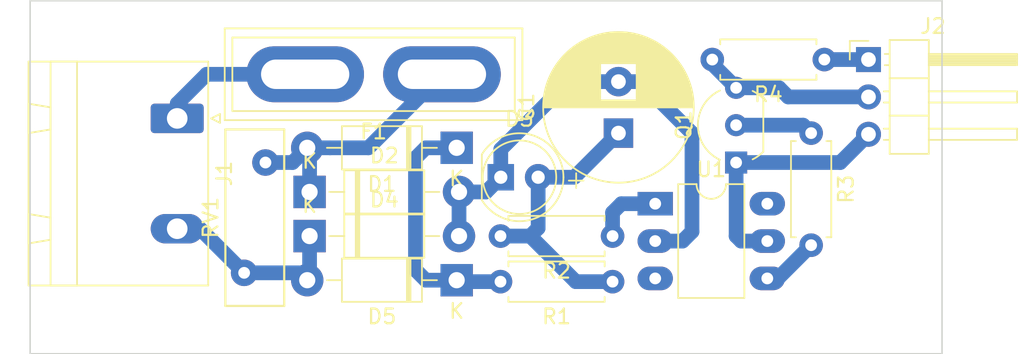
<source format=kicad_pcb>
(kicad_pcb (version 20171130) (host pcbnew 5.1.5+dfsg1-2build2)

  (general
    (thickness 1.6)
    (drawings 4)
    (tracks 62)
    (zones 0)
    (modules 16)
    (nets 15)
  )

  (page A4)
  (layers
    (0 F.Cu signal)
    (31 B.Cu signal)
    (32 B.Adhes user)
    (33 F.Adhes user)
    (34 B.Paste user)
    (35 F.Paste user)
    (36 B.SilkS user)
    (37 F.SilkS user)
    (38 B.Mask user)
    (39 F.Mask user)
    (40 Dwgs.User user)
    (41 Cmts.User user)
    (42 Eco1.User user)
    (43 Eco2.User user)
    (44 Edge.Cuts user)
    (45 Margin user)
    (46 B.CrtYd user)
    (47 F.CrtYd user)
    (48 B.Fab user)
    (49 F.Fab user)
  )

  (setup
    (last_trace_width 1)
    (user_trace_width 0.5)
    (user_trace_width 0.75)
    (user_trace_width 1)
    (trace_clearance 0.25)
    (zone_clearance 0.508)
    (zone_45_only no)
    (trace_min 0.2)
    (via_size 0.8)
    (via_drill 0.4)
    (via_min_size 0.4)
    (via_min_drill 0.3)
    (uvia_size 0.3)
    (uvia_drill 0.1)
    (uvias_allowed no)
    (uvia_min_size 0.2)
    (uvia_min_drill 0.1)
    (edge_width 0.05)
    (segment_width 0.2)
    (pcb_text_width 0.3)
    (pcb_text_size 1.5 1.5)
    (mod_edge_width 0.12)
    (mod_text_size 1 1)
    (mod_text_width 0.15)
    (pad_size 1.524 1.524)
    (pad_drill 0.762)
    (pad_to_mask_clearance 0.051)
    (solder_mask_min_width 0.25)
    (aux_axis_origin 0 0)
    (visible_elements FFFFFF7F)
    (pcbplotparams
      (layerselection 0x010fc_ffffffff)
      (usegerberextensions false)
      (usegerberattributes false)
      (usegerberadvancedattributes false)
      (creategerberjobfile false)
      (excludeedgelayer true)
      (linewidth 0.100000)
      (plotframeref false)
      (viasonmask false)
      (mode 1)
      (useauxorigin false)
      (hpglpennumber 1)
      (hpglpenspeed 20)
      (hpglpendiameter 15.000000)
      (psnegative false)
      (psa4output false)
      (plotreference true)
      (plotvalue true)
      (plotinvisibletext false)
      (padsonsilk false)
      (subtractmaskfromsilk false)
      (outputformat 1)
      (mirror false)
      (drillshape 1)
      (scaleselection 1)
      (outputdirectory ""))
  )

  (net 0 "")
  (net 1 "Net-(D1-Pad2)")
  (net 2 "Net-(D1-Pad1)")
  (net 3 "Net-(C1-Pad2)")
  (net 4 "Net-(C1-Pad1)")
  (net 5 "Net-(D4-Pad1)")
  (net 6 "Net-(F1-Pad2)")
  (net 7 +5VD)
  (net 8 V_Signal)
  (net 9 GNDD)
  (net 10 "Net-(Q1-Pad2)")
  (net 11 "Net-(R2-Pad1)")
  (net 12 "Net-(R3-Pad2)")
  (net 13 "Net-(U1-Pad6)")
  (net 14 "Net-(U1-Pad3)")

  (net_class Default "This is the default net class."
    (clearance 0.25)
    (trace_width 0.25)
    (via_dia 0.8)
    (via_drill 0.4)
    (uvia_dia 0.3)
    (uvia_drill 0.1)
    (add_net +5VD)
    (add_net GNDD)
    (add_net "Net-(C1-Pad1)")
    (add_net "Net-(C1-Pad2)")
    (add_net "Net-(D1-Pad1)")
    (add_net "Net-(D1-Pad2)")
    (add_net "Net-(D4-Pad1)")
    (add_net "Net-(F1-Pad2)")
    (add_net "Net-(Q1-Pad2)")
    (add_net "Net-(R2-Pad1)")
    (add_net "Net-(R3-Pad2)")
    (add_net "Net-(U1-Pad3)")
    (add_net "Net-(U1-Pad6)")
    (add_net V_Signal)
  )

  (module Connector_PinHeader_2.54mm:PinHeader_1x03_P2.54mm_Horizontal (layer F.Cu) (tedit 59FED5CB) (tstamp 61787F86)
    (at 151 73)
    (descr "Through hole angled pin header, 1x03, 2.54mm pitch, 6mm pin length, single row")
    (tags "Through hole angled pin header THT 1x03 2.54mm single row")
    (path /617D0854)
    (fp_text reference J2 (at 4.385 -2.27) (layer F.SilkS)
      (effects (font (size 1 1) (thickness 0.15)))
    )
    (fp_text value Digital_Info (at 4.385 7.35) (layer F.Fab)
      (effects (font (size 1 1) (thickness 0.15)))
    )
    (fp_text user %R (at 2.77 2.54 90) (layer F.Fab)
      (effects (font (size 1 1) (thickness 0.15)))
    )
    (fp_line (start 10.55 -1.8) (end -1.8 -1.8) (layer F.CrtYd) (width 0.05))
    (fp_line (start 10.55 6.85) (end 10.55 -1.8) (layer F.CrtYd) (width 0.05))
    (fp_line (start -1.8 6.85) (end 10.55 6.85) (layer F.CrtYd) (width 0.05))
    (fp_line (start -1.8 -1.8) (end -1.8 6.85) (layer F.CrtYd) (width 0.05))
    (fp_line (start -1.27 -1.27) (end 0 -1.27) (layer F.SilkS) (width 0.12))
    (fp_line (start -1.27 0) (end -1.27 -1.27) (layer F.SilkS) (width 0.12))
    (fp_line (start 1.042929 5.46) (end 1.44 5.46) (layer F.SilkS) (width 0.12))
    (fp_line (start 1.042929 4.7) (end 1.44 4.7) (layer F.SilkS) (width 0.12))
    (fp_line (start 10.1 5.46) (end 4.1 5.46) (layer F.SilkS) (width 0.12))
    (fp_line (start 10.1 4.7) (end 10.1 5.46) (layer F.SilkS) (width 0.12))
    (fp_line (start 4.1 4.7) (end 10.1 4.7) (layer F.SilkS) (width 0.12))
    (fp_line (start 1.44 3.81) (end 4.1 3.81) (layer F.SilkS) (width 0.12))
    (fp_line (start 1.042929 2.92) (end 1.44 2.92) (layer F.SilkS) (width 0.12))
    (fp_line (start 1.042929 2.16) (end 1.44 2.16) (layer F.SilkS) (width 0.12))
    (fp_line (start 10.1 2.92) (end 4.1 2.92) (layer F.SilkS) (width 0.12))
    (fp_line (start 10.1 2.16) (end 10.1 2.92) (layer F.SilkS) (width 0.12))
    (fp_line (start 4.1 2.16) (end 10.1 2.16) (layer F.SilkS) (width 0.12))
    (fp_line (start 1.44 1.27) (end 4.1 1.27) (layer F.SilkS) (width 0.12))
    (fp_line (start 1.11 0.38) (end 1.44 0.38) (layer F.SilkS) (width 0.12))
    (fp_line (start 1.11 -0.38) (end 1.44 -0.38) (layer F.SilkS) (width 0.12))
    (fp_line (start 4.1 0.28) (end 10.1 0.28) (layer F.SilkS) (width 0.12))
    (fp_line (start 4.1 0.16) (end 10.1 0.16) (layer F.SilkS) (width 0.12))
    (fp_line (start 4.1 0.04) (end 10.1 0.04) (layer F.SilkS) (width 0.12))
    (fp_line (start 4.1 -0.08) (end 10.1 -0.08) (layer F.SilkS) (width 0.12))
    (fp_line (start 4.1 -0.2) (end 10.1 -0.2) (layer F.SilkS) (width 0.12))
    (fp_line (start 4.1 -0.32) (end 10.1 -0.32) (layer F.SilkS) (width 0.12))
    (fp_line (start 10.1 0.38) (end 4.1 0.38) (layer F.SilkS) (width 0.12))
    (fp_line (start 10.1 -0.38) (end 10.1 0.38) (layer F.SilkS) (width 0.12))
    (fp_line (start 4.1 -0.38) (end 10.1 -0.38) (layer F.SilkS) (width 0.12))
    (fp_line (start 4.1 -1.33) (end 1.44 -1.33) (layer F.SilkS) (width 0.12))
    (fp_line (start 4.1 6.41) (end 4.1 -1.33) (layer F.SilkS) (width 0.12))
    (fp_line (start 1.44 6.41) (end 4.1 6.41) (layer F.SilkS) (width 0.12))
    (fp_line (start 1.44 -1.33) (end 1.44 6.41) (layer F.SilkS) (width 0.12))
    (fp_line (start 4.04 5.4) (end 10.04 5.4) (layer F.Fab) (width 0.1))
    (fp_line (start 10.04 4.76) (end 10.04 5.4) (layer F.Fab) (width 0.1))
    (fp_line (start 4.04 4.76) (end 10.04 4.76) (layer F.Fab) (width 0.1))
    (fp_line (start -0.32 5.4) (end 1.5 5.4) (layer F.Fab) (width 0.1))
    (fp_line (start -0.32 4.76) (end -0.32 5.4) (layer F.Fab) (width 0.1))
    (fp_line (start -0.32 4.76) (end 1.5 4.76) (layer F.Fab) (width 0.1))
    (fp_line (start 4.04 2.86) (end 10.04 2.86) (layer F.Fab) (width 0.1))
    (fp_line (start 10.04 2.22) (end 10.04 2.86) (layer F.Fab) (width 0.1))
    (fp_line (start 4.04 2.22) (end 10.04 2.22) (layer F.Fab) (width 0.1))
    (fp_line (start -0.32 2.86) (end 1.5 2.86) (layer F.Fab) (width 0.1))
    (fp_line (start -0.32 2.22) (end -0.32 2.86) (layer F.Fab) (width 0.1))
    (fp_line (start -0.32 2.22) (end 1.5 2.22) (layer F.Fab) (width 0.1))
    (fp_line (start 4.04 0.32) (end 10.04 0.32) (layer F.Fab) (width 0.1))
    (fp_line (start 10.04 -0.32) (end 10.04 0.32) (layer F.Fab) (width 0.1))
    (fp_line (start 4.04 -0.32) (end 10.04 -0.32) (layer F.Fab) (width 0.1))
    (fp_line (start -0.32 0.32) (end 1.5 0.32) (layer F.Fab) (width 0.1))
    (fp_line (start -0.32 -0.32) (end -0.32 0.32) (layer F.Fab) (width 0.1))
    (fp_line (start -0.32 -0.32) (end 1.5 -0.32) (layer F.Fab) (width 0.1))
    (fp_line (start 1.5 -0.635) (end 2.135 -1.27) (layer F.Fab) (width 0.1))
    (fp_line (start 1.5 6.35) (end 1.5 -0.635) (layer F.Fab) (width 0.1))
    (fp_line (start 4.04 6.35) (end 1.5 6.35) (layer F.Fab) (width 0.1))
    (fp_line (start 4.04 -1.27) (end 4.04 6.35) (layer F.Fab) (width 0.1))
    (fp_line (start 2.135 -1.27) (end 4.04 -1.27) (layer F.Fab) (width 0.1))
    (pad 3 thru_hole oval (at 0 5.08) (size 1.7 1.7) (drill 1) (layers *.Cu *.Mask)
      (net 7 +5VD))
    (pad 2 thru_hole oval (at 0 2.54) (size 1.7 1.7) (drill 1) (layers *.Cu *.Mask)
      (net 8 V_Signal))
    (pad 1 thru_hole rect (at 0 0) (size 1.7 1.7) (drill 1) (layers *.Cu *.Mask)
      (net 9 GNDD))
    (model ${KISYS3DMOD}/Connector_PinHeader_2.54mm.3dshapes/PinHeader_1x03_P2.54mm_Horizontal.wrl
      (at (xyz 0 0 0))
      (scale (xyz 1 1 1))
      (rotate (xyz 0 0 0))
    )
  )

  (module Varistor:RV_Disc_D12mm_W4mm_P7.5mm (layer F.Cu) (tedit 5A0F68FD) (tstamp 61788009)
    (at 110 80 270)
    (descr "Varistor, diameter 12mm, width 4mm, pitch 7.5mm")
    (tags "varistor SIOV")
    (path /617AC0E7)
    (fp_text reference RV1 (at 3.75 3.725 90) (layer F.SilkS)
      (effects (font (size 1 1) (thickness 0.15)))
    )
    (fp_text value Varistor (at 3.75 -2.275 90) (layer F.Fab)
      (effects (font (size 1 1) (thickness 0.15)))
    )
    (fp_line (start -2.25 -1.275) (end -2.25 2.725) (layer F.Fab) (width 0.1))
    (fp_line (start 9.75 -1.275) (end 9.75 2.725) (layer F.Fab) (width 0.1))
    (fp_line (start -2.25 -1.275) (end 9.75 -1.275) (layer F.Fab) (width 0.1))
    (fp_line (start -2.25 2.725) (end 9.75 2.725) (layer F.Fab) (width 0.1))
    (fp_line (start -2.25 -1.275) (end -2.25 2.725) (layer F.SilkS) (width 0.15))
    (fp_line (start 9.75 -1.275) (end 9.75 2.725) (layer F.SilkS) (width 0.15))
    (fp_line (start -2.25 -1.275) (end 9.75 -1.275) (layer F.SilkS) (width 0.15))
    (fp_line (start -2.25 2.725) (end 9.75 2.725) (layer F.SilkS) (width 0.15))
    (fp_line (start -2.5 -1.53) (end -2.5 2.98) (layer F.CrtYd) (width 0.05))
    (fp_line (start 10 -1.53) (end 10 2.98) (layer F.CrtYd) (width 0.05))
    (fp_line (start -2.5 -1.53) (end 10 -1.53) (layer F.CrtYd) (width 0.05))
    (fp_line (start -2.5 2.98) (end 10 2.98) (layer F.CrtYd) (width 0.05))
    (fp_text user %R (at 3.75 0.725 90) (layer F.Fab)
      (effects (font (size 1 1) (thickness 0.15)))
    )
    (pad 2 thru_hole circle (at 7.5 1.45 270) (size 1.8 1.8) (drill 0.8) (layers *.Cu *.Mask)
      (net 5 "Net-(D4-Pad1)"))
    (pad 1 thru_hole circle (at 0 0 270) (size 1.8 1.8) (drill 0.8) (layers *.Cu *.Mask)
      (net 1 "Net-(D1-Pad2)"))
    (model ${KISYS3DMOD}/Varistor.3dshapes/RV_Disc_D12mm_W4mm_P7.5mm.wrl
      (at (xyz 0 0 0))
      (scale (xyz 1 1 1))
      (rotate (xyz 0 0 0))
    )
  )

  (module Capacitor_THT:CP_Radial_D10.0mm_P3.50mm (layer F.Cu) (tedit 5AE50EF0) (tstamp 61788A55)
    (at 134 78 90)
    (descr "CP, Radial series, Radial, pin pitch=3.50mm, , diameter=10mm, Electrolytic Capacitor")
    (tags "CP Radial series Radial pin pitch 3.50mm  diameter 10mm Electrolytic Capacitor")
    (path /61783C27)
    (fp_text reference C1 (at 1.75 -6.25 90) (layer F.SilkS)
      (effects (font (size 1 1) (thickness 0.15)))
    )
    (fp_text value 3V (at 1.75 6.25 90) (layer F.Fab)
      (effects (font (size 1 1) (thickness 0.15)))
    )
    (fp_text user %R (at 1.75 0 90) (layer F.Fab)
      (effects (font (size 1 1) (thickness 0.15)))
    )
    (fp_line (start -3.229646 -3.375) (end -3.229646 -2.375) (layer F.SilkS) (width 0.12))
    (fp_line (start -3.729646 -2.875) (end -2.729646 -2.875) (layer F.SilkS) (width 0.12))
    (fp_line (start 6.831 -0.599) (end 6.831 0.599) (layer F.SilkS) (width 0.12))
    (fp_line (start 6.791 -0.862) (end 6.791 0.862) (layer F.SilkS) (width 0.12))
    (fp_line (start 6.751 -1.062) (end 6.751 1.062) (layer F.SilkS) (width 0.12))
    (fp_line (start 6.711 -1.23) (end 6.711 1.23) (layer F.SilkS) (width 0.12))
    (fp_line (start 6.671 -1.378) (end 6.671 1.378) (layer F.SilkS) (width 0.12))
    (fp_line (start 6.631 -1.51) (end 6.631 1.51) (layer F.SilkS) (width 0.12))
    (fp_line (start 6.591 -1.63) (end 6.591 1.63) (layer F.SilkS) (width 0.12))
    (fp_line (start 6.551 -1.742) (end 6.551 1.742) (layer F.SilkS) (width 0.12))
    (fp_line (start 6.511 -1.846) (end 6.511 1.846) (layer F.SilkS) (width 0.12))
    (fp_line (start 6.471 -1.944) (end 6.471 1.944) (layer F.SilkS) (width 0.12))
    (fp_line (start 6.431 -2.037) (end 6.431 2.037) (layer F.SilkS) (width 0.12))
    (fp_line (start 6.391 -2.125) (end 6.391 2.125) (layer F.SilkS) (width 0.12))
    (fp_line (start 6.351 -2.209) (end 6.351 2.209) (layer F.SilkS) (width 0.12))
    (fp_line (start 6.311 -2.289) (end 6.311 2.289) (layer F.SilkS) (width 0.12))
    (fp_line (start 6.271 -2.365) (end 6.271 2.365) (layer F.SilkS) (width 0.12))
    (fp_line (start 6.231 -2.439) (end 6.231 2.439) (layer F.SilkS) (width 0.12))
    (fp_line (start 6.191 -2.51) (end 6.191 2.51) (layer F.SilkS) (width 0.12))
    (fp_line (start 6.151 -2.579) (end 6.151 2.579) (layer F.SilkS) (width 0.12))
    (fp_line (start 6.111 -2.645) (end 6.111 2.645) (layer F.SilkS) (width 0.12))
    (fp_line (start 6.071 -2.709) (end 6.071 2.709) (layer F.SilkS) (width 0.12))
    (fp_line (start 6.031 -2.77) (end 6.031 2.77) (layer F.SilkS) (width 0.12))
    (fp_line (start 5.991 -2.83) (end 5.991 2.83) (layer F.SilkS) (width 0.12))
    (fp_line (start 5.951 -2.889) (end 5.951 2.889) (layer F.SilkS) (width 0.12))
    (fp_line (start 5.911 -2.945) (end 5.911 2.945) (layer F.SilkS) (width 0.12))
    (fp_line (start 5.871 -3) (end 5.871 3) (layer F.SilkS) (width 0.12))
    (fp_line (start 5.831 -3.054) (end 5.831 3.054) (layer F.SilkS) (width 0.12))
    (fp_line (start 5.791 -3.106) (end 5.791 3.106) (layer F.SilkS) (width 0.12))
    (fp_line (start 5.751 -3.156) (end 5.751 3.156) (layer F.SilkS) (width 0.12))
    (fp_line (start 5.711 -3.206) (end 5.711 3.206) (layer F.SilkS) (width 0.12))
    (fp_line (start 5.671 -3.254) (end 5.671 3.254) (layer F.SilkS) (width 0.12))
    (fp_line (start 5.631 -3.301) (end 5.631 3.301) (layer F.SilkS) (width 0.12))
    (fp_line (start 5.591 -3.347) (end 5.591 3.347) (layer F.SilkS) (width 0.12))
    (fp_line (start 5.551 -3.392) (end 5.551 3.392) (layer F.SilkS) (width 0.12))
    (fp_line (start 5.511 -3.436) (end 5.511 3.436) (layer F.SilkS) (width 0.12))
    (fp_line (start 5.471 -3.478) (end 5.471 3.478) (layer F.SilkS) (width 0.12))
    (fp_line (start 5.431 -3.52) (end 5.431 3.52) (layer F.SilkS) (width 0.12))
    (fp_line (start 5.391 -3.561) (end 5.391 3.561) (layer F.SilkS) (width 0.12))
    (fp_line (start 5.351 -3.601) (end 5.351 3.601) (layer F.SilkS) (width 0.12))
    (fp_line (start 5.311 -3.64) (end 5.311 3.64) (layer F.SilkS) (width 0.12))
    (fp_line (start 5.271 -3.679) (end 5.271 3.679) (layer F.SilkS) (width 0.12))
    (fp_line (start 5.231 -3.716) (end 5.231 3.716) (layer F.SilkS) (width 0.12))
    (fp_line (start 5.191 -3.753) (end 5.191 3.753) (layer F.SilkS) (width 0.12))
    (fp_line (start 5.151 -3.789) (end 5.151 3.789) (layer F.SilkS) (width 0.12))
    (fp_line (start 5.111 -3.824) (end 5.111 3.824) (layer F.SilkS) (width 0.12))
    (fp_line (start 5.071 -3.858) (end 5.071 3.858) (layer F.SilkS) (width 0.12))
    (fp_line (start 5.031 -3.892) (end 5.031 3.892) (layer F.SilkS) (width 0.12))
    (fp_line (start 4.991 -3.925) (end 4.991 3.925) (layer F.SilkS) (width 0.12))
    (fp_line (start 4.951 -3.957) (end 4.951 3.957) (layer F.SilkS) (width 0.12))
    (fp_line (start 4.911 -3.989) (end 4.911 3.989) (layer F.SilkS) (width 0.12))
    (fp_line (start 4.871 -4.02) (end 4.871 4.02) (layer F.SilkS) (width 0.12))
    (fp_line (start 4.831 -4.05) (end 4.831 4.05) (layer F.SilkS) (width 0.12))
    (fp_line (start 4.791 -4.08) (end 4.791 4.08) (layer F.SilkS) (width 0.12))
    (fp_line (start 4.751 -4.11) (end 4.751 4.11) (layer F.SilkS) (width 0.12))
    (fp_line (start 4.711 1.241) (end 4.711 4.138) (layer F.SilkS) (width 0.12))
    (fp_line (start 4.711 -4.138) (end 4.711 -1.241) (layer F.SilkS) (width 0.12))
    (fp_line (start 4.671 1.241) (end 4.671 4.166) (layer F.SilkS) (width 0.12))
    (fp_line (start 4.671 -4.166) (end 4.671 -1.241) (layer F.SilkS) (width 0.12))
    (fp_line (start 4.631 1.241) (end 4.631 4.194) (layer F.SilkS) (width 0.12))
    (fp_line (start 4.631 -4.194) (end 4.631 -1.241) (layer F.SilkS) (width 0.12))
    (fp_line (start 4.591 1.241) (end 4.591 4.221) (layer F.SilkS) (width 0.12))
    (fp_line (start 4.591 -4.221) (end 4.591 -1.241) (layer F.SilkS) (width 0.12))
    (fp_line (start 4.551 1.241) (end 4.551 4.247) (layer F.SilkS) (width 0.12))
    (fp_line (start 4.551 -4.247) (end 4.551 -1.241) (layer F.SilkS) (width 0.12))
    (fp_line (start 4.511 1.241) (end 4.511 4.273) (layer F.SilkS) (width 0.12))
    (fp_line (start 4.511 -4.273) (end 4.511 -1.241) (layer F.SilkS) (width 0.12))
    (fp_line (start 4.471 1.241) (end 4.471 4.298) (layer F.SilkS) (width 0.12))
    (fp_line (start 4.471 -4.298) (end 4.471 -1.241) (layer F.SilkS) (width 0.12))
    (fp_line (start 4.431 1.241) (end 4.431 4.323) (layer F.SilkS) (width 0.12))
    (fp_line (start 4.431 -4.323) (end 4.431 -1.241) (layer F.SilkS) (width 0.12))
    (fp_line (start 4.391 1.241) (end 4.391 4.347) (layer F.SilkS) (width 0.12))
    (fp_line (start 4.391 -4.347) (end 4.391 -1.241) (layer F.SilkS) (width 0.12))
    (fp_line (start 4.351 1.241) (end 4.351 4.371) (layer F.SilkS) (width 0.12))
    (fp_line (start 4.351 -4.371) (end 4.351 -1.241) (layer F.SilkS) (width 0.12))
    (fp_line (start 4.311 1.241) (end 4.311 4.395) (layer F.SilkS) (width 0.12))
    (fp_line (start 4.311 -4.395) (end 4.311 -1.241) (layer F.SilkS) (width 0.12))
    (fp_line (start 4.271 1.241) (end 4.271 4.417) (layer F.SilkS) (width 0.12))
    (fp_line (start 4.271 -4.417) (end 4.271 -1.241) (layer F.SilkS) (width 0.12))
    (fp_line (start 4.231 1.241) (end 4.231 4.44) (layer F.SilkS) (width 0.12))
    (fp_line (start 4.231 -4.44) (end 4.231 -1.241) (layer F.SilkS) (width 0.12))
    (fp_line (start 4.191 1.241) (end 4.191 4.462) (layer F.SilkS) (width 0.12))
    (fp_line (start 4.191 -4.462) (end 4.191 -1.241) (layer F.SilkS) (width 0.12))
    (fp_line (start 4.151 1.241) (end 4.151 4.483) (layer F.SilkS) (width 0.12))
    (fp_line (start 4.151 -4.483) (end 4.151 -1.241) (layer F.SilkS) (width 0.12))
    (fp_line (start 4.111 1.241) (end 4.111 4.504) (layer F.SilkS) (width 0.12))
    (fp_line (start 4.111 -4.504) (end 4.111 -1.241) (layer F.SilkS) (width 0.12))
    (fp_line (start 4.071 1.241) (end 4.071 4.525) (layer F.SilkS) (width 0.12))
    (fp_line (start 4.071 -4.525) (end 4.071 -1.241) (layer F.SilkS) (width 0.12))
    (fp_line (start 4.031 1.241) (end 4.031 4.545) (layer F.SilkS) (width 0.12))
    (fp_line (start 4.031 -4.545) (end 4.031 -1.241) (layer F.SilkS) (width 0.12))
    (fp_line (start 3.991 1.241) (end 3.991 4.564) (layer F.SilkS) (width 0.12))
    (fp_line (start 3.991 -4.564) (end 3.991 -1.241) (layer F.SilkS) (width 0.12))
    (fp_line (start 3.951 1.241) (end 3.951 4.584) (layer F.SilkS) (width 0.12))
    (fp_line (start 3.951 -4.584) (end 3.951 -1.241) (layer F.SilkS) (width 0.12))
    (fp_line (start 3.911 1.241) (end 3.911 4.603) (layer F.SilkS) (width 0.12))
    (fp_line (start 3.911 -4.603) (end 3.911 -1.241) (layer F.SilkS) (width 0.12))
    (fp_line (start 3.871 1.241) (end 3.871 4.621) (layer F.SilkS) (width 0.12))
    (fp_line (start 3.871 -4.621) (end 3.871 -1.241) (layer F.SilkS) (width 0.12))
    (fp_line (start 3.831 1.241) (end 3.831 4.639) (layer F.SilkS) (width 0.12))
    (fp_line (start 3.831 -4.639) (end 3.831 -1.241) (layer F.SilkS) (width 0.12))
    (fp_line (start 3.791 1.241) (end 3.791 4.657) (layer F.SilkS) (width 0.12))
    (fp_line (start 3.791 -4.657) (end 3.791 -1.241) (layer F.SilkS) (width 0.12))
    (fp_line (start 3.751 1.241) (end 3.751 4.674) (layer F.SilkS) (width 0.12))
    (fp_line (start 3.751 -4.674) (end 3.751 -1.241) (layer F.SilkS) (width 0.12))
    (fp_line (start 3.711 1.241) (end 3.711 4.69) (layer F.SilkS) (width 0.12))
    (fp_line (start 3.711 -4.69) (end 3.711 -1.241) (layer F.SilkS) (width 0.12))
    (fp_line (start 3.671 1.241) (end 3.671 4.707) (layer F.SilkS) (width 0.12))
    (fp_line (start 3.671 -4.707) (end 3.671 -1.241) (layer F.SilkS) (width 0.12))
    (fp_line (start 3.631 1.241) (end 3.631 4.723) (layer F.SilkS) (width 0.12))
    (fp_line (start 3.631 -4.723) (end 3.631 -1.241) (layer F.SilkS) (width 0.12))
    (fp_line (start 3.591 1.241) (end 3.591 4.738) (layer F.SilkS) (width 0.12))
    (fp_line (start 3.591 -4.738) (end 3.591 -1.241) (layer F.SilkS) (width 0.12))
    (fp_line (start 3.551 1.241) (end 3.551 4.754) (layer F.SilkS) (width 0.12))
    (fp_line (start 3.551 -4.754) (end 3.551 -1.241) (layer F.SilkS) (width 0.12))
    (fp_line (start 3.511 1.241) (end 3.511 4.768) (layer F.SilkS) (width 0.12))
    (fp_line (start 3.511 -4.768) (end 3.511 -1.241) (layer F.SilkS) (width 0.12))
    (fp_line (start 3.471 1.241) (end 3.471 4.783) (layer F.SilkS) (width 0.12))
    (fp_line (start 3.471 -4.783) (end 3.471 -1.241) (layer F.SilkS) (width 0.12))
    (fp_line (start 3.431 1.241) (end 3.431 4.797) (layer F.SilkS) (width 0.12))
    (fp_line (start 3.431 -4.797) (end 3.431 -1.241) (layer F.SilkS) (width 0.12))
    (fp_line (start 3.391 1.241) (end 3.391 4.811) (layer F.SilkS) (width 0.12))
    (fp_line (start 3.391 -4.811) (end 3.391 -1.241) (layer F.SilkS) (width 0.12))
    (fp_line (start 3.351 1.241) (end 3.351 4.824) (layer F.SilkS) (width 0.12))
    (fp_line (start 3.351 -4.824) (end 3.351 -1.241) (layer F.SilkS) (width 0.12))
    (fp_line (start 3.311 1.241) (end 3.311 4.837) (layer F.SilkS) (width 0.12))
    (fp_line (start 3.311 -4.837) (end 3.311 -1.241) (layer F.SilkS) (width 0.12))
    (fp_line (start 3.271 1.241) (end 3.271 4.85) (layer F.SilkS) (width 0.12))
    (fp_line (start 3.271 -4.85) (end 3.271 -1.241) (layer F.SilkS) (width 0.12))
    (fp_line (start 3.231 1.241) (end 3.231 4.862) (layer F.SilkS) (width 0.12))
    (fp_line (start 3.231 -4.862) (end 3.231 -1.241) (layer F.SilkS) (width 0.12))
    (fp_line (start 3.191 1.241) (end 3.191 4.874) (layer F.SilkS) (width 0.12))
    (fp_line (start 3.191 -4.874) (end 3.191 -1.241) (layer F.SilkS) (width 0.12))
    (fp_line (start 3.151 1.241) (end 3.151 4.885) (layer F.SilkS) (width 0.12))
    (fp_line (start 3.151 -4.885) (end 3.151 -1.241) (layer F.SilkS) (width 0.12))
    (fp_line (start 3.111 1.241) (end 3.111 4.897) (layer F.SilkS) (width 0.12))
    (fp_line (start 3.111 -4.897) (end 3.111 -1.241) (layer F.SilkS) (width 0.12))
    (fp_line (start 3.071 1.241) (end 3.071 4.907) (layer F.SilkS) (width 0.12))
    (fp_line (start 3.071 -4.907) (end 3.071 -1.241) (layer F.SilkS) (width 0.12))
    (fp_line (start 3.031 1.241) (end 3.031 4.918) (layer F.SilkS) (width 0.12))
    (fp_line (start 3.031 -4.918) (end 3.031 -1.241) (layer F.SilkS) (width 0.12))
    (fp_line (start 2.991 1.241) (end 2.991 4.928) (layer F.SilkS) (width 0.12))
    (fp_line (start 2.991 -4.928) (end 2.991 -1.241) (layer F.SilkS) (width 0.12))
    (fp_line (start 2.951 1.241) (end 2.951 4.938) (layer F.SilkS) (width 0.12))
    (fp_line (start 2.951 -4.938) (end 2.951 -1.241) (layer F.SilkS) (width 0.12))
    (fp_line (start 2.911 1.241) (end 2.911 4.947) (layer F.SilkS) (width 0.12))
    (fp_line (start 2.911 -4.947) (end 2.911 -1.241) (layer F.SilkS) (width 0.12))
    (fp_line (start 2.871 1.241) (end 2.871 4.956) (layer F.SilkS) (width 0.12))
    (fp_line (start 2.871 -4.956) (end 2.871 -1.241) (layer F.SilkS) (width 0.12))
    (fp_line (start 2.831 1.241) (end 2.831 4.965) (layer F.SilkS) (width 0.12))
    (fp_line (start 2.831 -4.965) (end 2.831 -1.241) (layer F.SilkS) (width 0.12))
    (fp_line (start 2.791 1.241) (end 2.791 4.974) (layer F.SilkS) (width 0.12))
    (fp_line (start 2.791 -4.974) (end 2.791 -1.241) (layer F.SilkS) (width 0.12))
    (fp_line (start 2.751 1.241) (end 2.751 4.982) (layer F.SilkS) (width 0.12))
    (fp_line (start 2.751 -4.982) (end 2.751 -1.241) (layer F.SilkS) (width 0.12))
    (fp_line (start 2.711 1.241) (end 2.711 4.99) (layer F.SilkS) (width 0.12))
    (fp_line (start 2.711 -4.99) (end 2.711 -1.241) (layer F.SilkS) (width 0.12))
    (fp_line (start 2.671 1.241) (end 2.671 4.997) (layer F.SilkS) (width 0.12))
    (fp_line (start 2.671 -4.997) (end 2.671 -1.241) (layer F.SilkS) (width 0.12))
    (fp_line (start 2.631 1.241) (end 2.631 5.004) (layer F.SilkS) (width 0.12))
    (fp_line (start 2.631 -5.004) (end 2.631 -1.241) (layer F.SilkS) (width 0.12))
    (fp_line (start 2.591 1.241) (end 2.591 5.011) (layer F.SilkS) (width 0.12))
    (fp_line (start 2.591 -5.011) (end 2.591 -1.241) (layer F.SilkS) (width 0.12))
    (fp_line (start 2.551 1.241) (end 2.551 5.018) (layer F.SilkS) (width 0.12))
    (fp_line (start 2.551 -5.018) (end 2.551 -1.241) (layer F.SilkS) (width 0.12))
    (fp_line (start 2.511 1.241) (end 2.511 5.024) (layer F.SilkS) (width 0.12))
    (fp_line (start 2.511 -5.024) (end 2.511 -1.241) (layer F.SilkS) (width 0.12))
    (fp_line (start 2.471 1.241) (end 2.471 5.03) (layer F.SilkS) (width 0.12))
    (fp_line (start 2.471 -5.03) (end 2.471 -1.241) (layer F.SilkS) (width 0.12))
    (fp_line (start 2.43 1.241) (end 2.43 5.035) (layer F.SilkS) (width 0.12))
    (fp_line (start 2.43 -5.035) (end 2.43 -1.241) (layer F.SilkS) (width 0.12))
    (fp_line (start 2.39 1.241) (end 2.39 5.04) (layer F.SilkS) (width 0.12))
    (fp_line (start 2.39 -5.04) (end 2.39 -1.241) (layer F.SilkS) (width 0.12))
    (fp_line (start 2.35 1.241) (end 2.35 5.045) (layer F.SilkS) (width 0.12))
    (fp_line (start 2.35 -5.045) (end 2.35 -1.241) (layer F.SilkS) (width 0.12))
    (fp_line (start 2.31 1.241) (end 2.31 5.05) (layer F.SilkS) (width 0.12))
    (fp_line (start 2.31 -5.05) (end 2.31 -1.241) (layer F.SilkS) (width 0.12))
    (fp_line (start 2.27 1.241) (end 2.27 5.054) (layer F.SilkS) (width 0.12))
    (fp_line (start 2.27 -5.054) (end 2.27 -1.241) (layer F.SilkS) (width 0.12))
    (fp_line (start 2.23 -5.058) (end 2.23 5.058) (layer F.SilkS) (width 0.12))
    (fp_line (start 2.19 -5.062) (end 2.19 5.062) (layer F.SilkS) (width 0.12))
    (fp_line (start 2.15 -5.065) (end 2.15 5.065) (layer F.SilkS) (width 0.12))
    (fp_line (start 2.11 -5.068) (end 2.11 5.068) (layer F.SilkS) (width 0.12))
    (fp_line (start 2.07 -5.07) (end 2.07 5.07) (layer F.SilkS) (width 0.12))
    (fp_line (start 2.03 -5.073) (end 2.03 5.073) (layer F.SilkS) (width 0.12))
    (fp_line (start 1.99 -5.075) (end 1.99 5.075) (layer F.SilkS) (width 0.12))
    (fp_line (start 1.95 -5.077) (end 1.95 5.077) (layer F.SilkS) (width 0.12))
    (fp_line (start 1.91 -5.078) (end 1.91 5.078) (layer F.SilkS) (width 0.12))
    (fp_line (start 1.87 -5.079) (end 1.87 5.079) (layer F.SilkS) (width 0.12))
    (fp_line (start 1.83 -5.08) (end 1.83 5.08) (layer F.SilkS) (width 0.12))
    (fp_line (start 1.79 -5.08) (end 1.79 5.08) (layer F.SilkS) (width 0.12))
    (fp_line (start 1.75 -5.08) (end 1.75 5.08) (layer F.SilkS) (width 0.12))
    (fp_line (start -2.038861 -2.6875) (end -2.038861 -1.6875) (layer F.Fab) (width 0.1))
    (fp_line (start -2.538861 -2.1875) (end -1.538861 -2.1875) (layer F.Fab) (width 0.1))
    (fp_circle (center 1.75 0) (end 7 0) (layer F.CrtYd) (width 0.05))
    (fp_circle (center 1.75 0) (end 6.87 0) (layer F.SilkS) (width 0.12))
    (fp_circle (center 1.75 0) (end 6.75 0) (layer F.Fab) (width 0.1))
    (pad 2 thru_hole circle (at 3.5 0 90) (size 2 2) (drill 1) (layers *.Cu *.Mask)
      (net 3 "Net-(C1-Pad2)"))
    (pad 1 thru_hole rect (at 0 0 90) (size 2 2) (drill 1) (layers *.Cu *.Mask)
      (net 4 "Net-(C1-Pad1)"))
    (model ${KISYS3DMOD}/Capacitor_THT.3dshapes/CP_Radial_D10.0mm_P3.50mm.wrl
      (at (xyz 0 0 0))
      (scale (xyz 1 1 1))
      (rotate (xyz 0 0 0))
    )
  )

  (module Package_DIP:DIP-6_W7.62mm_LongPads (layer F.Cu) (tedit 5A02E8C5) (tstamp 6178A0FC)
    (at 136.5 82.8)
    (descr "6-lead though-hole mounted DIP package, row spacing 7.62 mm (300 mils), LongPads")
    (tags "THT DIP DIL PDIP 2.54mm 7.62mm 300mil LongPads")
    (path /617826A1)
    (fp_text reference U1 (at 3.81 -2.33) (layer F.SilkS)
      (effects (font (size 1 1) (thickness 0.15)))
    )
    (fp_text value 4N25 (at 3.81 7.41) (layer F.Fab)
      (effects (font (size 1 1) (thickness 0.15)))
    )
    (fp_text user %R (at 3.81 2.54) (layer F.Fab)
      (effects (font (size 1 1) (thickness 0.15)))
    )
    (fp_line (start 9.1 -1.55) (end -1.45 -1.55) (layer F.CrtYd) (width 0.05))
    (fp_line (start 9.1 6.6) (end 9.1 -1.55) (layer F.CrtYd) (width 0.05))
    (fp_line (start -1.45 6.6) (end 9.1 6.6) (layer F.CrtYd) (width 0.05))
    (fp_line (start -1.45 -1.55) (end -1.45 6.6) (layer F.CrtYd) (width 0.05))
    (fp_line (start 6.06 -1.33) (end 4.81 -1.33) (layer F.SilkS) (width 0.12))
    (fp_line (start 6.06 6.41) (end 6.06 -1.33) (layer F.SilkS) (width 0.12))
    (fp_line (start 1.56 6.41) (end 6.06 6.41) (layer F.SilkS) (width 0.12))
    (fp_line (start 1.56 -1.33) (end 1.56 6.41) (layer F.SilkS) (width 0.12))
    (fp_line (start 2.81 -1.33) (end 1.56 -1.33) (layer F.SilkS) (width 0.12))
    (fp_line (start 0.635 -0.27) (end 1.635 -1.27) (layer F.Fab) (width 0.1))
    (fp_line (start 0.635 6.35) (end 0.635 -0.27) (layer F.Fab) (width 0.1))
    (fp_line (start 6.985 6.35) (end 0.635 6.35) (layer F.Fab) (width 0.1))
    (fp_line (start 6.985 -1.27) (end 6.985 6.35) (layer F.Fab) (width 0.1))
    (fp_line (start 1.635 -1.27) (end 6.985 -1.27) (layer F.Fab) (width 0.1))
    (fp_arc (start 3.81 -1.33) (end 2.81 -1.33) (angle -180) (layer F.SilkS) (width 0.12))
    (pad 6 thru_hole oval (at 7.62 0) (size 2.4 1.6) (drill 0.8) (layers *.Cu *.Mask)
      (net 13 "Net-(U1-Pad6)"))
    (pad 3 thru_hole oval (at 0 5.08) (size 2.4 1.6) (drill 0.8) (layers *.Cu *.Mask)
      (net 14 "Net-(U1-Pad3)"))
    (pad 5 thru_hole oval (at 7.62 2.54) (size 2.4 1.6) (drill 0.8) (layers *.Cu *.Mask)
      (net 7 +5VD))
    (pad 2 thru_hole oval (at 0 2.54) (size 2.4 1.6) (drill 0.8) (layers *.Cu *.Mask)
      (net 3 "Net-(C1-Pad2)"))
    (pad 4 thru_hole oval (at 7.62 5.08) (size 2.4 1.6) (drill 0.8) (layers *.Cu *.Mask)
      (net 12 "Net-(R3-Pad2)"))
    (pad 1 thru_hole rect (at 0 0) (size 2.4 1.6) (drill 0.8) (layers *.Cu *.Mask)
      (net 11 "Net-(R2-Pad1)"))
    (model ${KISYS3DMOD}/Package_DIP.3dshapes/DIP-6_W7.62mm.wrl
      (at (xyz 0 0 0))
      (scale (xyz 1 1 1))
      (rotate (xyz 0 0 0))
    )
  )

  (module Resistor_THT:R_Axial_DIN0207_L6.3mm_D2.5mm_P7.62mm_Horizontal (layer F.Cu) (tedit 5AE5139B) (tstamp 6178A98C)
    (at 148 73 180)
    (descr "Resistor, Axial_DIN0207 series, Axial, Horizontal, pin pitch=7.62mm, 0.25W = 1/4W, length*diameter=6.3*2.5mm^2, http://cdn-reichelt.de/documents/datenblatt/B400/1_4W%23YAG.pdf")
    (tags "Resistor Axial_DIN0207 series Axial Horizontal pin pitch 7.62mm 0.25W = 1/4W length 6.3mm diameter 2.5mm")
    (path /6178CF4C)
    (fp_text reference R4 (at 3.81 -2.37) (layer F.SilkS)
      (effects (font (size 1 1) (thickness 0.15)))
    )
    (fp_text value 1M (at 3.81 2.37) (layer F.Fab)
      (effects (font (size 1 1) (thickness 0.15)))
    )
    (fp_text user %R (at 3.81 0) (layer F.Fab)
      (effects (font (size 1 1) (thickness 0.15)))
    )
    (fp_line (start 8.67 -1.5) (end -1.05 -1.5) (layer F.CrtYd) (width 0.05))
    (fp_line (start 8.67 1.5) (end 8.67 -1.5) (layer F.CrtYd) (width 0.05))
    (fp_line (start -1.05 1.5) (end 8.67 1.5) (layer F.CrtYd) (width 0.05))
    (fp_line (start -1.05 -1.5) (end -1.05 1.5) (layer F.CrtYd) (width 0.05))
    (fp_line (start 7.08 1.37) (end 7.08 1.04) (layer F.SilkS) (width 0.12))
    (fp_line (start 0.54 1.37) (end 7.08 1.37) (layer F.SilkS) (width 0.12))
    (fp_line (start 0.54 1.04) (end 0.54 1.37) (layer F.SilkS) (width 0.12))
    (fp_line (start 7.08 -1.37) (end 7.08 -1.04) (layer F.SilkS) (width 0.12))
    (fp_line (start 0.54 -1.37) (end 7.08 -1.37) (layer F.SilkS) (width 0.12))
    (fp_line (start 0.54 -1.04) (end 0.54 -1.37) (layer F.SilkS) (width 0.12))
    (fp_line (start 7.62 0) (end 6.96 0) (layer F.Fab) (width 0.1))
    (fp_line (start 0 0) (end 0.66 0) (layer F.Fab) (width 0.1))
    (fp_line (start 6.96 -1.25) (end 0.66 -1.25) (layer F.Fab) (width 0.1))
    (fp_line (start 6.96 1.25) (end 6.96 -1.25) (layer F.Fab) (width 0.1))
    (fp_line (start 0.66 1.25) (end 6.96 1.25) (layer F.Fab) (width 0.1))
    (fp_line (start 0.66 -1.25) (end 0.66 1.25) (layer F.Fab) (width 0.1))
    (pad 2 thru_hole oval (at 7.62 0 180) (size 1.6 1.6) (drill 0.8) (layers *.Cu *.Mask)
      (net 8 V_Signal))
    (pad 1 thru_hole circle (at 0 0 180) (size 1.6 1.6) (drill 0.8) (layers *.Cu *.Mask)
      (net 9 GNDD))
    (model ${KISYS3DMOD}/Resistor_THT.3dshapes/R_Axial_DIN0207_L6.3mm_D2.5mm_P7.62mm_Horizontal.wrl
      (at (xyz 0 0 0))
      (scale (xyz 1 1 1))
      (rotate (xyz 0 0 0))
    )
  )

  (module Resistor_THT:R_Axial_DIN0207_L6.3mm_D2.5mm_P7.62mm_Horizontal (layer F.Cu) (tedit 5AE5139B) (tstamp 61787FDF)
    (at 147.1 78 270)
    (descr "Resistor, Axial_DIN0207 series, Axial, Horizontal, pin pitch=7.62mm, 0.25W = 1/4W, length*diameter=6.3*2.5mm^2, http://cdn-reichelt.de/documents/datenblatt/B400/1_4W%23YAG.pdf")
    (tags "Resistor Axial_DIN0207 series Axial Horizontal pin pitch 7.62mm 0.25W = 1/4W length 6.3mm diameter 2.5mm")
    (path /61784752)
    (fp_text reference R3 (at 3.81 -2.37 90) (layer F.SilkS)
      (effects (font (size 1 1) (thickness 0.15)))
    )
    (fp_text value 10K (at 3.81 2.37 90) (layer F.Fab)
      (effects (font (size 1 1) (thickness 0.15)))
    )
    (fp_text user %R (at 3.81 0 90) (layer F.Fab)
      (effects (font (size 1 1) (thickness 0.15)))
    )
    (fp_line (start 8.67 -1.5) (end -1.05 -1.5) (layer F.CrtYd) (width 0.05))
    (fp_line (start 8.67 1.5) (end 8.67 -1.5) (layer F.CrtYd) (width 0.05))
    (fp_line (start -1.05 1.5) (end 8.67 1.5) (layer F.CrtYd) (width 0.05))
    (fp_line (start -1.05 -1.5) (end -1.05 1.5) (layer F.CrtYd) (width 0.05))
    (fp_line (start 7.08 1.37) (end 7.08 1.04) (layer F.SilkS) (width 0.12))
    (fp_line (start 0.54 1.37) (end 7.08 1.37) (layer F.SilkS) (width 0.12))
    (fp_line (start 0.54 1.04) (end 0.54 1.37) (layer F.SilkS) (width 0.12))
    (fp_line (start 7.08 -1.37) (end 7.08 -1.04) (layer F.SilkS) (width 0.12))
    (fp_line (start 0.54 -1.37) (end 7.08 -1.37) (layer F.SilkS) (width 0.12))
    (fp_line (start 0.54 -1.04) (end 0.54 -1.37) (layer F.SilkS) (width 0.12))
    (fp_line (start 7.62 0) (end 6.96 0) (layer F.Fab) (width 0.1))
    (fp_line (start 0 0) (end 0.66 0) (layer F.Fab) (width 0.1))
    (fp_line (start 6.96 -1.25) (end 0.66 -1.25) (layer F.Fab) (width 0.1))
    (fp_line (start 6.96 1.25) (end 6.96 -1.25) (layer F.Fab) (width 0.1))
    (fp_line (start 0.66 1.25) (end 6.96 1.25) (layer F.Fab) (width 0.1))
    (fp_line (start 0.66 -1.25) (end 0.66 1.25) (layer F.Fab) (width 0.1))
    (pad 2 thru_hole oval (at 7.62 0 270) (size 1.6 1.6) (drill 0.8) (layers *.Cu *.Mask)
      (net 12 "Net-(R3-Pad2)"))
    (pad 1 thru_hole circle (at 0 0 270) (size 1.6 1.6) (drill 0.8) (layers *.Cu *.Mask)
      (net 10 "Net-(Q1-Pad2)"))
    (model ${KISYS3DMOD}/Resistor_THT.3dshapes/R_Axial_DIN0207_L6.3mm_D2.5mm_P7.62mm_Horizontal.wrl
      (at (xyz 0 0 0))
      (scale (xyz 1 1 1))
      (rotate (xyz 0 0 0))
    )
  )

  (module Resistor_THT:R_Axial_DIN0207_L6.3mm_D2.5mm_P7.62mm_Horizontal (layer F.Cu) (tedit 5AE5139B) (tstamp 61787FC8)
    (at 133.6 85 180)
    (descr "Resistor, Axial_DIN0207 series, Axial, Horizontal, pin pitch=7.62mm, 0.25W = 1/4W, length*diameter=6.3*2.5mm^2, http://cdn-reichelt.de/documents/datenblatt/B400/1_4W%23YAG.pdf")
    (tags "Resistor Axial_DIN0207 series Axial Horizontal pin pitch 7.62mm 0.25W = 1/4W length 6.3mm diameter 2.5mm")
    (path /617CC2C2)
    (fp_text reference R2 (at 3.81 -2.37) (layer F.SilkS)
      (effects (font (size 1 1) (thickness 0.15)))
    )
    (fp_text value 36 (at 3.81 2.37) (layer F.Fab)
      (effects (font (size 1 1) (thickness 0.15)))
    )
    (fp_text user %R (at 3.81 0) (layer F.Fab)
      (effects (font (size 1 1) (thickness 0.15)))
    )
    (fp_line (start 8.67 -1.5) (end -1.05 -1.5) (layer F.CrtYd) (width 0.05))
    (fp_line (start 8.67 1.5) (end 8.67 -1.5) (layer F.CrtYd) (width 0.05))
    (fp_line (start -1.05 1.5) (end 8.67 1.5) (layer F.CrtYd) (width 0.05))
    (fp_line (start -1.05 -1.5) (end -1.05 1.5) (layer F.CrtYd) (width 0.05))
    (fp_line (start 7.08 1.37) (end 7.08 1.04) (layer F.SilkS) (width 0.12))
    (fp_line (start 0.54 1.37) (end 7.08 1.37) (layer F.SilkS) (width 0.12))
    (fp_line (start 0.54 1.04) (end 0.54 1.37) (layer F.SilkS) (width 0.12))
    (fp_line (start 7.08 -1.37) (end 7.08 -1.04) (layer F.SilkS) (width 0.12))
    (fp_line (start 0.54 -1.37) (end 7.08 -1.37) (layer F.SilkS) (width 0.12))
    (fp_line (start 0.54 -1.04) (end 0.54 -1.37) (layer F.SilkS) (width 0.12))
    (fp_line (start 7.62 0) (end 6.96 0) (layer F.Fab) (width 0.1))
    (fp_line (start 0 0) (end 0.66 0) (layer F.Fab) (width 0.1))
    (fp_line (start 6.96 -1.25) (end 0.66 -1.25) (layer F.Fab) (width 0.1))
    (fp_line (start 6.96 1.25) (end 6.96 -1.25) (layer F.Fab) (width 0.1))
    (fp_line (start 0.66 1.25) (end 6.96 1.25) (layer F.Fab) (width 0.1))
    (fp_line (start 0.66 -1.25) (end 0.66 1.25) (layer F.Fab) (width 0.1))
    (pad 2 thru_hole oval (at 7.62 0 180) (size 1.6 1.6) (drill 0.8) (layers *.Cu *.Mask)
      (net 4 "Net-(C1-Pad1)"))
    (pad 1 thru_hole circle (at 0 0 180) (size 1.6 1.6) (drill 0.8) (layers *.Cu *.Mask)
      (net 11 "Net-(R2-Pad1)"))
    (model ${KISYS3DMOD}/Resistor_THT.3dshapes/R_Axial_DIN0207_L6.3mm_D2.5mm_P7.62mm_Horizontal.wrl
      (at (xyz 0 0 0))
      (scale (xyz 1 1 1))
      (rotate (xyz 0 0 0))
    )
  )

  (module Resistor_THT:R_Axial_DIN0207_L6.3mm_D2.5mm_P7.62mm_Horizontal (layer F.Cu) (tedit 5AE5139B) (tstamp 61787FB1)
    (at 133.6 88.1 180)
    (descr "Resistor, Axial_DIN0207 series, Axial, Horizontal, pin pitch=7.62mm, 0.25W = 1/4W, length*diameter=6.3*2.5mm^2, http://cdn-reichelt.de/documents/datenblatt/B400/1_4W%23YAG.pdf")
    (tags "Resistor Axial_DIN0207 series Axial Horizontal pin pitch 7.62mm 0.25W = 1/4W length 6.3mm diameter 2.5mm")
    (path /6178099E)
    (fp_text reference R1 (at 3.81 -2.37) (layer F.SilkS)
      (effects (font (size 1 1) (thickness 0.15)))
    )
    (fp_text value 11K (at 3.81 2.37) (layer F.Fab)
      (effects (font (size 1 1) (thickness 0.15)))
    )
    (fp_text user %R (at 3.81 0) (layer F.Fab)
      (effects (font (size 1 1) (thickness 0.15)))
    )
    (fp_line (start 8.67 -1.5) (end -1.05 -1.5) (layer F.CrtYd) (width 0.05))
    (fp_line (start 8.67 1.5) (end 8.67 -1.5) (layer F.CrtYd) (width 0.05))
    (fp_line (start -1.05 1.5) (end 8.67 1.5) (layer F.CrtYd) (width 0.05))
    (fp_line (start -1.05 -1.5) (end -1.05 1.5) (layer F.CrtYd) (width 0.05))
    (fp_line (start 7.08 1.37) (end 7.08 1.04) (layer F.SilkS) (width 0.12))
    (fp_line (start 0.54 1.37) (end 7.08 1.37) (layer F.SilkS) (width 0.12))
    (fp_line (start 0.54 1.04) (end 0.54 1.37) (layer F.SilkS) (width 0.12))
    (fp_line (start 7.08 -1.37) (end 7.08 -1.04) (layer F.SilkS) (width 0.12))
    (fp_line (start 0.54 -1.37) (end 7.08 -1.37) (layer F.SilkS) (width 0.12))
    (fp_line (start 0.54 -1.04) (end 0.54 -1.37) (layer F.SilkS) (width 0.12))
    (fp_line (start 7.62 0) (end 6.96 0) (layer F.Fab) (width 0.1))
    (fp_line (start 0 0) (end 0.66 0) (layer F.Fab) (width 0.1))
    (fp_line (start 6.96 -1.25) (end 0.66 -1.25) (layer F.Fab) (width 0.1))
    (fp_line (start 6.96 1.25) (end 6.96 -1.25) (layer F.Fab) (width 0.1))
    (fp_line (start 0.66 1.25) (end 6.96 1.25) (layer F.Fab) (width 0.1))
    (fp_line (start 0.66 -1.25) (end 0.66 1.25) (layer F.Fab) (width 0.1))
    (pad 2 thru_hole oval (at 7.62 0 180) (size 1.6 1.6) (drill 0.8) (layers *.Cu *.Mask)
      (net 2 "Net-(D1-Pad1)"))
    (pad 1 thru_hole circle (at 0 0 180) (size 1.6 1.6) (drill 0.8) (layers *.Cu *.Mask)
      (net 4 "Net-(C1-Pad1)"))
    (model ${KISYS3DMOD}/Resistor_THT.3dshapes/R_Axial_DIN0207_L6.3mm_D2.5mm_P7.62mm_Horizontal.wrl
      (at (xyz 0 0 0))
      (scale (xyz 1 1 1))
      (rotate (xyz 0 0 0))
    )
  )

  (module Package_TO_SOT_THT:TO-92_Inline_Wide (layer F.Cu) (tedit 5A02FF81) (tstamp 61787F9A)
    (at 142 80 90)
    (descr "TO-92 leads in-line, wide, drill 0.75mm (see NXP sot054_po.pdf)")
    (tags "to-92 sc-43 sc-43a sot54 PA33 transistor")
    (path /61783B7D)
    (fp_text reference Q1 (at 2.54 -3.56 90) (layer F.SilkS)
      (effects (font (size 1 1) (thickness 0.15)))
    )
    (fp_text value BC549 (at 2.54 2.79 90) (layer F.Fab)
      (effects (font (size 1 1) (thickness 0.15)))
    )
    (fp_arc (start 2.54 0) (end 4.34 1.85) (angle -20) (layer F.SilkS) (width 0.12))
    (fp_arc (start 2.54 0) (end 2.54 -2.48) (angle -135) (layer F.Fab) (width 0.1))
    (fp_arc (start 2.54 0) (end 2.54 -2.48) (angle 135) (layer F.Fab) (width 0.1))
    (fp_arc (start 2.54 0) (end 2.54 -2.6) (angle 65) (layer F.SilkS) (width 0.12))
    (fp_arc (start 2.54 0) (end 2.54 -2.6) (angle -65) (layer F.SilkS) (width 0.12))
    (fp_arc (start 2.54 0) (end 0.74 1.85) (angle 20) (layer F.SilkS) (width 0.12))
    (fp_line (start 6.09 2.01) (end -1.01 2.01) (layer F.CrtYd) (width 0.05))
    (fp_line (start 6.09 2.01) (end 6.09 -2.73) (layer F.CrtYd) (width 0.05))
    (fp_line (start -1.01 -2.73) (end -1.01 2.01) (layer F.CrtYd) (width 0.05))
    (fp_line (start -1.01 -2.73) (end 6.09 -2.73) (layer F.CrtYd) (width 0.05))
    (fp_line (start 0.8 1.75) (end 4.3 1.75) (layer F.Fab) (width 0.1))
    (fp_line (start 0.74 1.85) (end 4.34 1.85) (layer F.SilkS) (width 0.12))
    (fp_text user %R (at 2.54 -3.56 90) (layer F.Fab)
      (effects (font (size 1 1) (thickness 0.15)))
    )
    (pad 1 thru_hole rect (at 0 0 180) (size 1.5 1.5) (drill 0.8) (layers *.Cu *.Mask)
      (net 7 +5VD))
    (pad 3 thru_hole circle (at 5.08 0 180) (size 1.5 1.5) (drill 0.8) (layers *.Cu *.Mask)
      (net 8 V_Signal))
    (pad 2 thru_hole circle (at 2.54 0 180) (size 1.5 1.5) (drill 0.8) (layers *.Cu *.Mask)
      (net 10 "Net-(Q1-Pad2)"))
    (model ${KISYS3DMOD}/Package_TO_SOT_THT.3dshapes/TO-92_Inline_Wide.wrl
      (at (xyz 0 0 0))
      (scale (xyz 1 1 1))
      (rotate (xyz 0 0 0))
    )
  )

  (module Connector_Phoenix_GMSTB:PhoenixContact_GMSTBA_2,5_2-G_1x02_P7.50mm_Horizontal (layer F.Cu) (tedit 5B785048) (tstamp 61787F46)
    (at 104 77 270)
    (descr "Generic Phoenix Contact connector footprint for: GMSTBA_2,5/2-G; number of pins: 02; pin pitch: 7.50mm; Angled || order number: 1766343 12A 630V")
    (tags "phoenix_contact connector GMSTBA_01x02_G_7.50mm")
    (path /617C4682)
    (fp_text reference J1 (at 3.75 -3.2 90) (layer F.SilkS)
      (effects (font (size 1 1) (thickness 0.15)))
    )
    (fp_text value V_INPUT (at 3.75 11.2 90) (layer F.Fab)
      (effects (font (size 1 1) (thickness 0.15)))
    )
    (fp_text user %R (at 3.75 -1.3 90) (layer F.Fab)
      (effects (font (size 1 1) (thickness 0.15)))
    )
    (fp_line (start 0 -0.5) (end -0.95 -2) (layer F.Fab) (width 0.1))
    (fp_line (start 0.95 -2) (end 0 -0.5) (layer F.Fab) (width 0.1))
    (fp_line (start -0.3 -2.91) (end 0.3 -2.91) (layer F.SilkS) (width 0.12))
    (fp_line (start 0 -2.31) (end -0.3 -2.91) (layer F.SilkS) (width 0.12))
    (fp_line (start 0.3 -2.91) (end 0 -2.31) (layer F.SilkS) (width 0.12))
    (fp_line (start 11.75 -2.5) (end -4.25 -2.5) (layer F.CrtYd) (width 0.05))
    (fp_line (start 11.75 10.5) (end 11.75 -2.5) (layer F.CrtYd) (width 0.05))
    (fp_line (start -4.25 10.5) (end 11.75 10.5) (layer F.CrtYd) (width 0.05))
    (fp_line (start -4.25 -2.5) (end -4.25 10.5) (layer F.CrtYd) (width 0.05))
    (fp_line (start 6.75 8.61) (end 6.5 10.11) (layer F.SilkS) (width 0.12))
    (fp_line (start 8.25 8.61) (end 6.75 8.61) (layer F.SilkS) (width 0.12))
    (fp_line (start 8.5 10.11) (end 8.25 8.61) (layer F.SilkS) (width 0.12))
    (fp_line (start 6.5 10.11) (end 8.5 10.11) (layer F.SilkS) (width 0.12))
    (fp_line (start -0.75 8.61) (end -1 10.11) (layer F.SilkS) (width 0.12))
    (fp_line (start 0.75 8.61) (end -0.75 8.61) (layer F.SilkS) (width 0.12))
    (fp_line (start 1 10.11) (end 0.75 8.61) (layer F.SilkS) (width 0.12))
    (fp_line (start -1 10.11) (end 1 10.11) (layer F.SilkS) (width 0.12))
    (fp_line (start 11.36 8.61) (end -3.86 8.61) (layer F.SilkS) (width 0.12))
    (fp_line (start 11.36 6.81) (end 11.36 8.61) (layer F.SilkS) (width 0.12))
    (fp_line (start -3.86 6.81) (end 11.36 6.81) (layer F.SilkS) (width 0.12))
    (fp_line (start -3.86 8.61) (end -3.86 6.81) (layer F.SilkS) (width 0.12))
    (fp_line (start 11.25 -2) (end -3.75 -2) (layer F.Fab) (width 0.1))
    (fp_line (start 11.25 10) (end 11.25 -2) (layer F.Fab) (width 0.1))
    (fp_line (start -3.75 10) (end 11.25 10) (layer F.Fab) (width 0.1))
    (fp_line (start -3.75 -2) (end -3.75 10) (layer F.Fab) (width 0.1))
    (fp_line (start 11.36 -2.11) (end -3.86 -2.11) (layer F.SilkS) (width 0.12))
    (fp_line (start 11.36 10.11) (end 11.36 -2.11) (layer F.SilkS) (width 0.12))
    (fp_line (start -3.86 10.11) (end 11.36 10.11) (layer F.SilkS) (width 0.12))
    (fp_line (start -3.86 -2.11) (end -3.86 10.11) (layer F.SilkS) (width 0.12))
    (pad 2 thru_hole oval (at 7.5 0 270) (size 2 3.6) (drill 1.4) (layers *.Cu *.Mask)
      (net 5 "Net-(D4-Pad1)"))
    (pad 1 thru_hole roundrect (at 0 0 270) (size 2 3.6) (drill 1.4) (layers *.Cu *.Mask) (roundrect_rratio 0.125)
      (net 6 "Net-(F1-Pad2)"))
    (model ${KISYS3DMOD}/Connector_Phoenix_GMSTB.3dshapes/PhoenixContact_GMSTBA_2,5_2-G_1x02_P7.50mm_Horizontal.wrl
      (at (xyz 0 0 0))
      (scale (xyz 1 1 1))
      (rotate (xyz 0 0 0))
    )
  )

  (module Fuse:Fuse_Blade_ATO_directSolder (layer F.Cu) (tedit 5A1C8B0A) (tstamp 617896C7)
    (at 122 74 180)
    (descr "car blade fuse direct solder")
    (tags "car blade fuse")
    (path /6177FEAE)
    (fp_text reference F1 (at 4.65 -3.9) (layer F.SilkS)
      (effects (font (size 1 1) (thickness 0.15)))
    )
    (fp_text value "250V 1A" (at 4.6 4) (layer F.Fab)
      (effects (font (size 1 1) (thickness 0.15)))
    )
    (fp_line (start 14.77 3.12) (end -5.47 3.12) (layer F.SilkS) (width 0.12))
    (fp_line (start 14.77 3.12) (end 14.77 -3.12) (layer F.SilkS) (width 0.12))
    (fp_line (start -5.47 -3.12) (end -5.47 3.12) (layer F.SilkS) (width 0.12))
    (fp_line (start -5.47 -3.12) (end 14.77 -3.12) (layer F.SilkS) (width 0.12))
    (fp_line (start 14.9 3.25) (end -5.6 3.25) (layer F.CrtYd) (width 0.05))
    (fp_line (start 14.9 3.25) (end 14.9 -3.25) (layer F.CrtYd) (width 0.05))
    (fp_line (start -5.6 -3.25) (end -5.6 3.25) (layer F.CrtYd) (width 0.05))
    (fp_line (start -5.6 -3.25) (end 14.9 -3.25) (layer F.CrtYd) (width 0.05))
    (fp_line (start -4.95 2.5) (end -4.95 -2.5) (layer F.SilkS) (width 0.12))
    (fp_line (start 14.25 2.5) (end -4.95 2.5) (layer F.SilkS) (width 0.12))
    (fp_line (start 14.25 -2.5) (end 14.25 2.5) (layer F.SilkS) (width 0.12))
    (fp_line (start -4.95 -2.5) (end 14.25 -2.5) (layer F.SilkS) (width 0.12))
    (fp_line (start -5.35 3) (end -5.35 -3) (layer F.Fab) (width 0.1))
    (fp_line (start 14.65 3) (end -5.35 3) (layer F.Fab) (width 0.1))
    (fp_line (start 14.65 -3) (end 14.65 3) (layer F.Fab) (width 0.1))
    (fp_line (start -5.35 -3) (end 14.65 -3) (layer F.Fab) (width 0.1))
    (fp_line (start 4.95 0) (end 4.35 0) (layer F.Fab) (width 0.1))
    (fp_text user %R (at 4.75 -1.5) (layer F.Fab)
      (effects (font (size 1 1) (thickness 0.15)))
    )
    (pad 2 thru_hole oval (at 9.3 0 180) (size 8 3.8) (drill oval 6 2) (layers *.Cu *.Mask)
      (net 6 "Net-(F1-Pad2)"))
    (pad 1 thru_hole oval (at 0 0 180) (size 8 3.8) (drill oval 6 2) (layers *.Cu *.Mask)
      (net 1 "Net-(D1-Pad2)"))
    (model ${KISYS3DMOD}/Fuse.3dshapes/Fuse_Blade_ATO_directSolder.wrl
      (offset (xyz 4.571999931335449 0 0))
      (scale (xyz 0.39 0.39 0.39))
      (rotate (xyz 0 0 0))
    )
  )

  (module Diode_THT:D_DO-41_SOD81_P10.16mm_Horizontal (layer F.Cu) (tedit 5AE50CD5) (tstamp 61785CC0)
    (at 123 88 180)
    (descr "Diode, DO-41_SOD81 series, Axial, Horizontal, pin pitch=10.16mm, , length*diameter=5.2*2.7mm^2, , http://www.diodes.com/_files/packages/DO-41%20(Plastic).pdf")
    (tags "Diode DO-41_SOD81 series Axial Horizontal pin pitch 10.16mm  length 5.2mm diameter 2.7mm")
    (path /617DBA65)
    (fp_text reference D5 (at 5.08 -2.47) (layer F.SilkS)
      (effects (font (size 1 1) (thickness 0.15)))
    )
    (fp_text value 1N4007 (at 5.08 2.47) (layer F.Fab)
      (effects (font (size 1 1) (thickness 0.15)))
    )
    (fp_text user K (at 0 -2.1) (layer F.SilkS)
      (effects (font (size 1 1) (thickness 0.15)))
    )
    (fp_text user K (at 0 -2.1) (layer F.Fab)
      (effects (font (size 1 1) (thickness 0.15)))
    )
    (fp_text user %R (at 5.47 0) (layer F.Fab)
      (effects (font (size 1 1) (thickness 0.15)))
    )
    (fp_line (start 11.51 -1.6) (end -1.35 -1.6) (layer F.CrtYd) (width 0.05))
    (fp_line (start 11.51 1.6) (end 11.51 -1.6) (layer F.CrtYd) (width 0.05))
    (fp_line (start -1.35 1.6) (end 11.51 1.6) (layer F.CrtYd) (width 0.05))
    (fp_line (start -1.35 -1.6) (end -1.35 1.6) (layer F.CrtYd) (width 0.05))
    (fp_line (start 3.14 -1.47) (end 3.14 1.47) (layer F.SilkS) (width 0.12))
    (fp_line (start 3.38 -1.47) (end 3.38 1.47) (layer F.SilkS) (width 0.12))
    (fp_line (start 3.26 -1.47) (end 3.26 1.47) (layer F.SilkS) (width 0.12))
    (fp_line (start 8.82 0) (end 7.8 0) (layer F.SilkS) (width 0.12))
    (fp_line (start 1.34 0) (end 2.36 0) (layer F.SilkS) (width 0.12))
    (fp_line (start 7.8 -1.47) (end 2.36 -1.47) (layer F.SilkS) (width 0.12))
    (fp_line (start 7.8 1.47) (end 7.8 -1.47) (layer F.SilkS) (width 0.12))
    (fp_line (start 2.36 1.47) (end 7.8 1.47) (layer F.SilkS) (width 0.12))
    (fp_line (start 2.36 -1.47) (end 2.36 1.47) (layer F.SilkS) (width 0.12))
    (fp_line (start 3.16 -1.35) (end 3.16 1.35) (layer F.Fab) (width 0.1))
    (fp_line (start 3.36 -1.35) (end 3.36 1.35) (layer F.Fab) (width 0.1))
    (fp_line (start 3.26 -1.35) (end 3.26 1.35) (layer F.Fab) (width 0.1))
    (fp_line (start 10.16 0) (end 7.68 0) (layer F.Fab) (width 0.1))
    (fp_line (start 0 0) (end 2.48 0) (layer F.Fab) (width 0.1))
    (fp_line (start 7.68 -1.35) (end 2.48 -1.35) (layer F.Fab) (width 0.1))
    (fp_line (start 7.68 1.35) (end 7.68 -1.35) (layer F.Fab) (width 0.1))
    (fp_line (start 2.48 1.35) (end 7.68 1.35) (layer F.Fab) (width 0.1))
    (fp_line (start 2.48 -1.35) (end 2.48 1.35) (layer F.Fab) (width 0.1))
    (pad 2 thru_hole oval (at 10.16 0 180) (size 2.2 2.2) (drill 1.1) (layers *.Cu *.Mask)
      (net 5 "Net-(D4-Pad1)"))
    (pad 1 thru_hole rect (at 0 0 180) (size 2.2 2.2) (drill 1.1) (layers *.Cu *.Mask)
      (net 2 "Net-(D1-Pad1)"))
    (model ${KISYS3DMOD}/Diode_THT.3dshapes/D_DO-41_SOD81_P10.16mm_Horizontal.wrl
      (at (xyz 0 0 0))
      (scale (xyz 1 1 1))
      (rotate (xyz 0 0 0))
    )
  )

  (module Diode_THT:D_DO-41_SOD81_P10.16mm_Horizontal (layer F.Cu) (tedit 5AE50CD5) (tstamp 61785C66)
    (at 113 85)
    (descr "Diode, DO-41_SOD81 series, Axial, Horizontal, pin pitch=10.16mm, , length*diameter=5.2*2.7mm^2, , http://www.diodes.com/_files/packages/DO-41%20(Plastic).pdf")
    (tags "Diode DO-41_SOD81 series Axial Horizontal pin pitch 10.16mm  length 5.2mm diameter 2.7mm")
    (path /617DB2CE)
    (fp_text reference D4 (at 5.08 -2.47) (layer F.SilkS)
      (effects (font (size 1 1) (thickness 0.15)))
    )
    (fp_text value 1N4007 (at 5.08 2.47) (layer F.Fab)
      (effects (font (size 1 1) (thickness 0.15)))
    )
    (fp_text user K (at 0 -2.1) (layer F.SilkS)
      (effects (font (size 1 1) (thickness 0.15)))
    )
    (fp_text user K (at 0 -2.1) (layer F.Fab)
      (effects (font (size 1 1) (thickness 0.15)))
    )
    (fp_text user %R (at 5.47 0) (layer F.Fab)
      (effects (font (size 1 1) (thickness 0.15)))
    )
    (fp_line (start 11.51 -1.6) (end -1.35 -1.6) (layer F.CrtYd) (width 0.05))
    (fp_line (start 11.51 1.6) (end 11.51 -1.6) (layer F.CrtYd) (width 0.05))
    (fp_line (start -1.35 1.6) (end 11.51 1.6) (layer F.CrtYd) (width 0.05))
    (fp_line (start -1.35 -1.6) (end -1.35 1.6) (layer F.CrtYd) (width 0.05))
    (fp_line (start 3.14 -1.47) (end 3.14 1.47) (layer F.SilkS) (width 0.12))
    (fp_line (start 3.38 -1.47) (end 3.38 1.47) (layer F.SilkS) (width 0.12))
    (fp_line (start 3.26 -1.47) (end 3.26 1.47) (layer F.SilkS) (width 0.12))
    (fp_line (start 8.82 0) (end 7.8 0) (layer F.SilkS) (width 0.12))
    (fp_line (start 1.34 0) (end 2.36 0) (layer F.SilkS) (width 0.12))
    (fp_line (start 7.8 -1.47) (end 2.36 -1.47) (layer F.SilkS) (width 0.12))
    (fp_line (start 7.8 1.47) (end 7.8 -1.47) (layer F.SilkS) (width 0.12))
    (fp_line (start 2.36 1.47) (end 7.8 1.47) (layer F.SilkS) (width 0.12))
    (fp_line (start 2.36 -1.47) (end 2.36 1.47) (layer F.SilkS) (width 0.12))
    (fp_line (start 3.16 -1.35) (end 3.16 1.35) (layer F.Fab) (width 0.1))
    (fp_line (start 3.36 -1.35) (end 3.36 1.35) (layer F.Fab) (width 0.1))
    (fp_line (start 3.26 -1.35) (end 3.26 1.35) (layer F.Fab) (width 0.1))
    (fp_line (start 10.16 0) (end 7.68 0) (layer F.Fab) (width 0.1))
    (fp_line (start 0 0) (end 2.48 0) (layer F.Fab) (width 0.1))
    (fp_line (start 7.68 -1.35) (end 2.48 -1.35) (layer F.Fab) (width 0.1))
    (fp_line (start 7.68 1.35) (end 7.68 -1.35) (layer F.Fab) (width 0.1))
    (fp_line (start 2.48 1.35) (end 7.68 1.35) (layer F.Fab) (width 0.1))
    (fp_line (start 2.48 -1.35) (end 2.48 1.35) (layer F.Fab) (width 0.1))
    (pad 2 thru_hole oval (at 10.16 0) (size 2.2 2.2) (drill 1.1) (layers *.Cu *.Mask)
      (net 3 "Net-(C1-Pad2)"))
    (pad 1 thru_hole rect (at 0 0) (size 2.2 2.2) (drill 1.1) (layers *.Cu *.Mask)
      (net 5 "Net-(D4-Pad1)"))
    (model ${KISYS3DMOD}/Diode_THT.3dshapes/D_DO-41_SOD81_P10.16mm_Horizontal.wrl
      (at (xyz 0 0 0))
      (scale (xyz 1 1 1))
      (rotate (xyz 0 0 0))
    )
  )

  (module LED_THT:LED_D5.0mm_Clear (layer F.Cu) (tedit 5A6C9BC0) (tstamp 61787ECC)
    (at 126 81)
    (descr "LED, diameter 5.0mm, 2 pins, http://cdn-reichelt.de/documents/datenblatt/A500/LL-504BC2E-009.pdf")
    (tags "LED diameter 5.0mm 2 pins")
    (path /617801EC)
    (fp_text reference D3 (at 1.27 -3.96) (layer F.SilkS)
      (effects (font (size 1 1) (thickness 0.15)))
    )
    (fp_text value LED (at 1.27 3.96) (layer F.Fab)
      (effects (font (size 1 1) (thickness 0.15)))
    )
    (fp_arc (start 1.27 0) (end -1.29 1.54483) (angle -148.9) (layer F.SilkS) (width 0.12))
    (fp_arc (start 1.27 0) (end -1.29 -1.54483) (angle 148.9) (layer F.SilkS) (width 0.12))
    (fp_arc (start 1.27 0) (end -1.23 -1.469694) (angle 299.1) (layer F.Fab) (width 0.1))
    (fp_circle (center 1.27 0) (end 3.77 0) (layer F.SilkS) (width 0.12))
    (fp_circle (center 1.27 0) (end 3.77 0) (layer F.Fab) (width 0.1))
    (fp_line (start 4.5 -3.25) (end -1.95 -3.25) (layer F.CrtYd) (width 0.05))
    (fp_line (start 4.5 3.25) (end 4.5 -3.25) (layer F.CrtYd) (width 0.05))
    (fp_line (start -1.95 3.25) (end 4.5 3.25) (layer F.CrtYd) (width 0.05))
    (fp_line (start -1.95 -3.25) (end -1.95 3.25) (layer F.CrtYd) (width 0.05))
    (fp_line (start -1.29 -1.545) (end -1.29 1.545) (layer F.SilkS) (width 0.12))
    (fp_line (start -1.23 -1.469694) (end -1.23 1.469694) (layer F.Fab) (width 0.1))
    (fp_text user %R (at 1.25 0) (layer F.Fab)
      (effects (font (size 0.8 0.8) (thickness 0.2)))
    )
    (pad 2 thru_hole circle (at 2.54 0) (size 1.8 1.8) (drill 0.9) (layers *.Cu *.Mask)
      (net 4 "Net-(C1-Pad1)"))
    (pad 1 thru_hole rect (at 0 0) (size 1.8 1.8) (drill 0.9) (layers *.Cu *.Mask)
      (net 3 "Net-(C1-Pad2)"))
    (model ${KISYS3DMOD}/LED_THT.3dshapes/LED_D5.0mm_Clear.wrl
      (at (xyz 0 0 0))
      (scale (xyz 1 1 1))
      (rotate (xyz 0 0 0))
    )
  )

  (module Diode_THT:D_DO-41_SOD81_P10.16mm_Horizontal (layer F.Cu) (tedit 5AE50CD5) (tstamp 61785C0C)
    (at 113 82)
    (descr "Diode, DO-41_SOD81 series, Axial, Horizontal, pin pitch=10.16mm, , length*diameter=5.2*2.7mm^2, , http://www.diodes.com/_files/packages/DO-41%20(Plastic).pdf")
    (tags "Diode DO-41_SOD81 series Axial Horizontal pin pitch 10.16mm  length 5.2mm diameter 2.7mm")
    (path /617D98CF)
    (fp_text reference D2 (at 5.08 -2.47) (layer F.SilkS)
      (effects (font (size 1 1) (thickness 0.15)))
    )
    (fp_text value 1N4007 (at 5.08 2.47) (layer F.Fab)
      (effects (font (size 1 1) (thickness 0.15)))
    )
    (fp_text user K (at 0 -2.1) (layer F.SilkS)
      (effects (font (size 1 1) (thickness 0.15)))
    )
    (fp_text user K (at 0 -2.1) (layer F.Fab)
      (effects (font (size 1 1) (thickness 0.15)))
    )
    (fp_text user %R (at 5.47 0) (layer F.Fab)
      (effects (font (size 1 1) (thickness 0.15)))
    )
    (fp_line (start 11.51 -1.6) (end -1.35 -1.6) (layer F.CrtYd) (width 0.05))
    (fp_line (start 11.51 1.6) (end 11.51 -1.6) (layer F.CrtYd) (width 0.05))
    (fp_line (start -1.35 1.6) (end 11.51 1.6) (layer F.CrtYd) (width 0.05))
    (fp_line (start -1.35 -1.6) (end -1.35 1.6) (layer F.CrtYd) (width 0.05))
    (fp_line (start 3.14 -1.47) (end 3.14 1.47) (layer F.SilkS) (width 0.12))
    (fp_line (start 3.38 -1.47) (end 3.38 1.47) (layer F.SilkS) (width 0.12))
    (fp_line (start 3.26 -1.47) (end 3.26 1.47) (layer F.SilkS) (width 0.12))
    (fp_line (start 8.82 0) (end 7.8 0) (layer F.SilkS) (width 0.12))
    (fp_line (start 1.34 0) (end 2.36 0) (layer F.SilkS) (width 0.12))
    (fp_line (start 7.8 -1.47) (end 2.36 -1.47) (layer F.SilkS) (width 0.12))
    (fp_line (start 7.8 1.47) (end 7.8 -1.47) (layer F.SilkS) (width 0.12))
    (fp_line (start 2.36 1.47) (end 7.8 1.47) (layer F.SilkS) (width 0.12))
    (fp_line (start 2.36 -1.47) (end 2.36 1.47) (layer F.SilkS) (width 0.12))
    (fp_line (start 3.16 -1.35) (end 3.16 1.35) (layer F.Fab) (width 0.1))
    (fp_line (start 3.36 -1.35) (end 3.36 1.35) (layer F.Fab) (width 0.1))
    (fp_line (start 3.26 -1.35) (end 3.26 1.35) (layer F.Fab) (width 0.1))
    (fp_line (start 10.16 0) (end 7.68 0) (layer F.Fab) (width 0.1))
    (fp_line (start 0 0) (end 2.48 0) (layer F.Fab) (width 0.1))
    (fp_line (start 7.68 -1.35) (end 2.48 -1.35) (layer F.Fab) (width 0.1))
    (fp_line (start 7.68 1.35) (end 7.68 -1.35) (layer F.Fab) (width 0.1))
    (fp_line (start 2.48 1.35) (end 7.68 1.35) (layer F.Fab) (width 0.1))
    (fp_line (start 2.48 -1.35) (end 2.48 1.35) (layer F.Fab) (width 0.1))
    (pad 2 thru_hole oval (at 10.16 0) (size 2.2 2.2) (drill 1.1) (layers *.Cu *.Mask)
      (net 3 "Net-(C1-Pad2)"))
    (pad 1 thru_hole rect (at 0 0) (size 2.2 2.2) (drill 1.1) (layers *.Cu *.Mask)
      (net 1 "Net-(D1-Pad2)"))
    (model ${KISYS3DMOD}/Diode_THT.3dshapes/D_DO-41_SOD81_P10.16mm_Horizontal.wrl
      (at (xyz 0 0 0))
      (scale (xyz 1 1 1))
      (rotate (xyz 0 0 0))
    )
  )

  (module Diode_THT:D_DO-41_SOD81_P10.16mm_Horizontal (layer F.Cu) (tedit 5AE50CD5) (tstamp 61785D1A)
    (at 123 79 180)
    (descr "Diode, DO-41_SOD81 series, Axial, Horizontal, pin pitch=10.16mm, , length*diameter=5.2*2.7mm^2, , http://www.diodes.com/_files/packages/DO-41%20(Plastic).pdf")
    (tags "Diode DO-41_SOD81 series Axial Horizontal pin pitch 10.16mm  length 5.2mm diameter 2.7mm")
    (path /617E3F77)
    (fp_text reference D1 (at 5.08 -2.47) (layer F.SilkS)
      (effects (font (size 1 1) (thickness 0.15)))
    )
    (fp_text value 1N4007 (at 5.08 2.47) (layer F.Fab)
      (effects (font (size 1 1) (thickness 0.15)))
    )
    (fp_text user K (at 0 -2.1) (layer F.SilkS)
      (effects (font (size 1 1) (thickness 0.15)))
    )
    (fp_text user K (at 0 -2.1) (layer F.Fab)
      (effects (font (size 1 1) (thickness 0.15)))
    )
    (fp_text user %R (at 5.47 0) (layer F.Fab)
      (effects (font (size 1 1) (thickness 0.15)))
    )
    (fp_line (start 11.51 -1.6) (end -1.35 -1.6) (layer F.CrtYd) (width 0.05))
    (fp_line (start 11.51 1.6) (end 11.51 -1.6) (layer F.CrtYd) (width 0.05))
    (fp_line (start -1.35 1.6) (end 11.51 1.6) (layer F.CrtYd) (width 0.05))
    (fp_line (start -1.35 -1.6) (end -1.35 1.6) (layer F.CrtYd) (width 0.05))
    (fp_line (start 3.14 -1.47) (end 3.14 1.47) (layer F.SilkS) (width 0.12))
    (fp_line (start 3.38 -1.47) (end 3.38 1.47) (layer F.SilkS) (width 0.12))
    (fp_line (start 3.26 -1.47) (end 3.26 1.47) (layer F.SilkS) (width 0.12))
    (fp_line (start 8.82 0) (end 7.8 0) (layer F.SilkS) (width 0.12))
    (fp_line (start 1.34 0) (end 2.36 0) (layer F.SilkS) (width 0.12))
    (fp_line (start 7.8 -1.47) (end 2.36 -1.47) (layer F.SilkS) (width 0.12))
    (fp_line (start 7.8 1.47) (end 7.8 -1.47) (layer F.SilkS) (width 0.12))
    (fp_line (start 2.36 1.47) (end 7.8 1.47) (layer F.SilkS) (width 0.12))
    (fp_line (start 2.36 -1.47) (end 2.36 1.47) (layer F.SilkS) (width 0.12))
    (fp_line (start 3.16 -1.35) (end 3.16 1.35) (layer F.Fab) (width 0.1))
    (fp_line (start 3.36 -1.35) (end 3.36 1.35) (layer F.Fab) (width 0.1))
    (fp_line (start 3.26 -1.35) (end 3.26 1.35) (layer F.Fab) (width 0.1))
    (fp_line (start 10.16 0) (end 7.68 0) (layer F.Fab) (width 0.1))
    (fp_line (start 0 0) (end 2.48 0) (layer F.Fab) (width 0.1))
    (fp_line (start 7.68 -1.35) (end 2.48 -1.35) (layer F.Fab) (width 0.1))
    (fp_line (start 7.68 1.35) (end 7.68 -1.35) (layer F.Fab) (width 0.1))
    (fp_line (start 2.48 1.35) (end 7.68 1.35) (layer F.Fab) (width 0.1))
    (fp_line (start 2.48 -1.35) (end 2.48 1.35) (layer F.Fab) (width 0.1))
    (pad 2 thru_hole oval (at 10.16 0 180) (size 2.2 2.2) (drill 1.1) (layers *.Cu *.Mask)
      (net 1 "Net-(D1-Pad2)"))
    (pad 1 thru_hole rect (at 0 0 180) (size 2.2 2.2) (drill 1.1) (layers *.Cu *.Mask)
      (net 2 "Net-(D1-Pad1)"))
    (model ${KISYS3DMOD}/Diode_THT.3dshapes/D_DO-41_SOD81_P10.16mm_Horizontal.wrl
      (at (xyz 0 0 0))
      (scale (xyz 1 1 1))
      (rotate (xyz 0 0 0))
    )
  )

  (gr_line (start 156 69) (end 156 93) (layer Edge.Cuts) (width 0.1))
  (gr_line (start 94 69) (end 156 69) (layer Edge.Cuts) (width 0.1))
  (gr_line (start 94 93) (end 94 69) (layer Edge.Cuts) (width 0.1))
  (gr_line (start 156 93) (end 94 93) (layer Edge.Cuts) (width 0.1))

  (segment (start 113 79.16) (end 112.84 79) (width 1) (layer B.Cu) (net 1))
  (segment (start 113 82) (end 113 79.16) (width 1) (layer B.Cu) (net 1))
  (segment (start 111.84 80) (end 112.84 79) (width 1) (layer B.Cu) (net 1))
  (segment (start 110 80) (end 111.84 80) (width 1) (layer B.Cu) (net 1))
  (segment (start 114.395634 79) (end 112.84 79) (width 1) (layer B.Cu) (net 1))
  (segment (start 117 79) (end 114.395634 79) (width 1) (layer B.Cu) (net 1))
  (segment (start 122 74) (end 117 79) (width 1) (layer B.Cu) (net 1))
  (segment (start 120.9 88) (end 123 88) (width 1) (layer B.Cu) (net 2) (tstamp 61785BEC))
  (segment (start 120.2 87.3) (end 120.9 88) (width 1) (layer B.Cu) (net 2) (tstamp 61785BE9))
  (segment (start 120.2 79.7) (end 120.2 87.3) (width 1) (layer B.Cu) (net 2) (tstamp 61785BE6))
  (segment (start 120.9 79) (end 120.2 79.7) (width 1) (layer B.Cu) (net 2) (tstamp 61785BE3))
  (segment (start 123 79) (end 120.9 79) (width 1) (layer B.Cu) (net 2) (tstamp 61785BE0))
  (segment (start 123.1 88.1) (end 123 88) (width 1) (layer B.Cu) (net 2))
  (segment (start 125.98 88.1) (end 123.1 88.1) (width 1) (layer B.Cu) (net 2))
  (segment (start 123.16 85) (end 123.16 82) (width 1) (layer B.Cu) (net 3) (tstamp 61785BDD))
  (segment (start 125 82) (end 126 81) (width 1) (layer B.Cu) (net 3))
  (segment (start 123.16 82) (end 125 82) (width 1) (layer B.Cu) (net 3))
  (segment (start 130.6 74.5) (end 132.585787 74.5) (width 1) (layer B.Cu) (net 3))
  (segment (start 126 79.1) (end 130.6 74.5) (width 1) (layer B.Cu) (net 3))
  (segment (start 132.585787 74.5) (end 134 74.5) (width 1) (layer B.Cu) (net 3))
  (segment (start 126 81) (end 126 79.1) (width 1) (layer B.Cu) (net 3))
  (segment (start 135.5 74.5) (end 134 74.5) (width 1) (layer B.Cu) (net 3))
  (segment (start 139 78) (end 135.5 74.5) (width 1) (layer B.Cu) (net 3))
  (segment (start 139 84.7) (end 139 78) (width 1) (layer B.Cu) (net 3))
  (segment (start 138.36 85.34) (end 139 84.7) (width 1) (layer B.Cu) (net 3))
  (segment (start 136.5 85.34) (end 138.36 85.34) (width 1) (layer B.Cu) (net 3))
  (segment (start 133.6 88.1) (end 131.1 88.1) (width 1) (layer B.Cu) (net 4))
  (segment (start 128 85) (end 125.98 85) (width 1) (layer B.Cu) (net 4))
  (segment (start 131.1 88.1) (end 128 85) (width 1) (layer B.Cu) (net 4))
  (segment (start 128.54 84.46) (end 128 85) (width 1) (layer B.Cu) (net 4))
  (segment (start 128.54 81) (end 128.54 84.46) (width 1) (layer B.Cu) (net 4))
  (segment (start 131 81) (end 134 78) (width 1) (layer B.Cu) (net 4))
  (segment (start 128.54 81) (end 131 81) (width 1) (layer B.Cu) (net 4))
  (segment (start 113 87.84) (end 112.84 88) (width 1) (layer B.Cu) (net 5))
  (segment (start 113 85) (end 113 87.84) (width 1) (layer B.Cu) (net 5))
  (segment (start 112.84 88) (end 112.84 88.34) (width 1) (layer B.Cu) (net 5))
  (segment (start 105.55 84.5) (end 108.55 87.5) (width 1) (layer B.Cu) (net 5))
  (segment (start 104 84.5) (end 105.55 84.5) (width 1) (layer B.Cu) (net 5))
  (segment (start 112.34 87.5) (end 112.84 88) (width 1) (layer B.Cu) (net 5))
  (segment (start 108.55 87.5) (end 112.34 87.5) (width 1) (layer B.Cu) (net 5))
  (segment (start 107.7 74) (end 112.7 74) (width 1) (layer B.Cu) (net 6))
  (segment (start 106 74) (end 107.7 74) (width 1) (layer B.Cu) (net 6))
  (segment (start 104 76) (end 106 74) (width 1) (layer B.Cu) (net 6))
  (segment (start 104 77) (end 104 76) (width 1) (layer B.Cu) (net 6))
  (segment (start 149.08 80) (end 151 78.08) (width 1) (layer B.Cu) (net 7))
  (segment (start 142 80) (end 149.08 80) (width 1) (layer B.Cu) (net 7))
  (segment (start 144.12 85.34) (end 142.34 85.34) (width 1) (layer B.Cu) (net 7))
  (segment (start 142 85) (end 142 80) (width 1) (layer B.Cu) (net 7))
  (segment (start 142.34 85.34) (end 142 85) (width 1) (layer B.Cu) (net 7))
  (segment (start 140.38 73.3) (end 142 74.92) (width 1) (layer B.Cu) (net 8))
  (segment (start 140.38 73) (end 140.38 73.3) (width 1) (layer B.Cu) (net 8))
  (segment (start 151 75.54) (end 145.54 75.54) (width 1) (layer B.Cu) (net 8))
  (segment (start 144.92 74.92) (end 142 74.92) (width 1) (layer B.Cu) (net 8))
  (segment (start 145.54 75.54) (end 144.92 74.92) (width 1) (layer B.Cu) (net 8))
  (segment (start 148 73) (end 151 73) (width 1) (layer B.Cu) (net 9))
  (segment (start 146.56 77.46) (end 147.1 78) (width 1) (layer B.Cu) (net 10))
  (segment (start 142 77.46) (end 146.56 77.46) (width 1) (layer B.Cu) (net 10))
  (segment (start 133.6 85) (end 133.6 83.4) (width 1) (layer B.Cu) (net 11))
  (segment (start 134.2 82.8) (end 136.5 82.8) (width 1) (layer B.Cu) (net 11))
  (segment (start 133.6 83.4) (end 134.2 82.8) (width 1) (layer B.Cu) (net 11))
  (segment (start 144.84 87.88) (end 147.1 85.62) (width 1) (layer B.Cu) (net 12))
  (segment (start 144.12 87.88) (end 144.84 87.88) (width 1) (layer B.Cu) (net 12))

)

</source>
